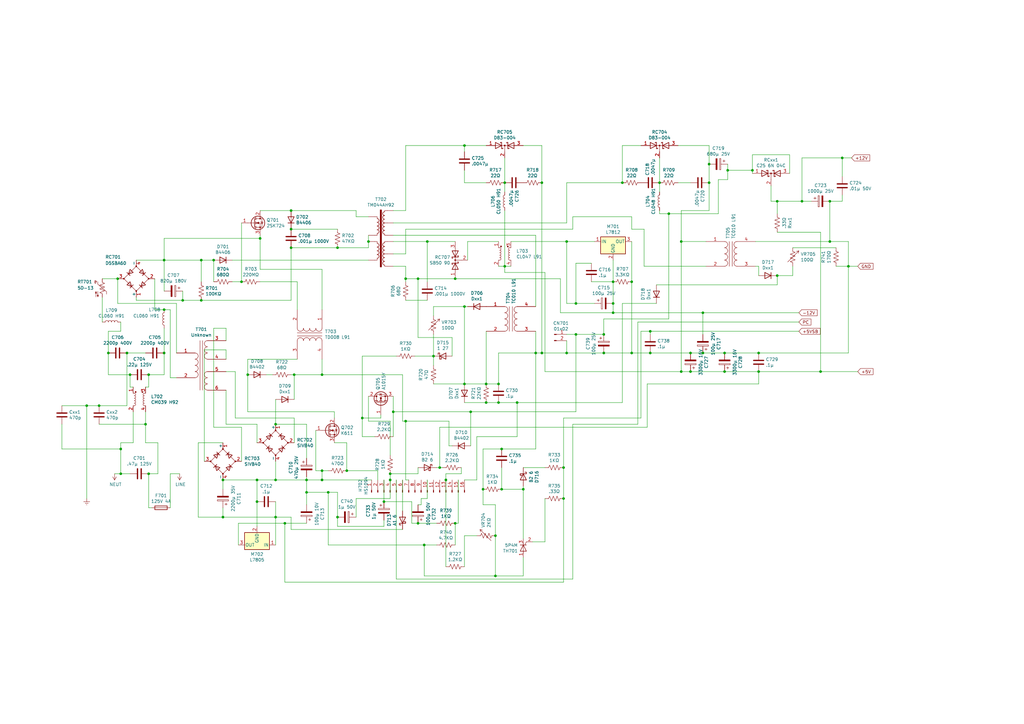
<source format=kicad_sch>
(kicad_sch (version 20211123) (generator eeschema)
  (paper "A3")
  (junction (at 148.59 171.45))
  (junction (at 283.21 144.78))
  (junction (at 160.02 196.85))
  (junction (at 219.71 144.78))
  (junction (at 91.44 212.09))
  (junction (at 266.7 144.78))
  (junction (at 251.46 128.27))
  (junction (at 318.77 113.03))
  (junction (at 207.01 74.93))
  (junction (at 259.08 115.57))
  (junction (at 125.73 201.93))
  (junction (at 166.37 114.3))
  (junction (at 138.43 212.09))
  (junction (at 203.2 236.22))
  (junction (at 274.32 87.63))
  (junction (at 232.41 99.06))
  (junction (at 232.41 144.78))
  (junction (at 48.26 114.3))
  (junction (at 190.5 157.48))
  (junction (at 40.64 166.37))
  (junction (at 67.31 127))
  (junction (at 204.47 157.48))
  (junction (at 106.68 97.79))
  (junction (at 132.08 153.67))
  (junction (at 120.65 153.67))
  (junction (at 318.77 82.55))
  (junction (at 132.08 193.04))
  (junction (at 49.53 184.15))
  (junction (at 328.93 82.55))
  (junction (at 53.34 153.67))
  (junction (at 138.43 101.6))
  (junction (at 198.12 200.66))
  (junction (at 35.56 166.37))
  (junction (at 290.83 67.31))
  (junction (at 119.38 101.6))
  (junction (at 125.73 196.85))
  (junction (at 166.37 172.72))
  (junction (at 255.27 74.93))
  (junction (at 207.01 109.22))
  (junction (at 116.84 214.63))
  (junction (at 113.03 212.09))
  (junction (at 308.61 69.85))
  (junction (at 186.69 114.3))
  (junction (at 311.15 144.78))
  (junction (at 190.5 125.73))
  (junction (at 340.36 99.06))
  (junction (at 311.15 152.4))
  (junction (at 214.63 200.66))
  (junction (at 160.02 194.31))
  (junction (at 182.88 196.85))
  (junction (at 60.96 194.31))
  (junction (at 49.53 194.31))
  (junction (at 231.14 191.77))
  (junction (at 190.5 59.69))
  (junction (at 236.22 124.46))
  (junction (at 175.26 99.06))
  (junction (at 173.99 223.52))
  (junction (at 199.39 157.48))
  (junction (at 251.46 124.46))
  (junction (at 91.44 196.85))
  (junction (at 231.14 204.47))
  (junction (at 113.03 196.85))
  (junction (at 270.51 74.93))
  (junction (at 177.8 146.05))
  (junction (at 203.2 219.71))
  (junction (at 67.31 144.78))
  (junction (at 82.55 106.68))
  (junction (at 222.25 144.78))
  (junction (at 199.39 165.1))
  (junction (at 52.07 144.78))
  (junction (at 290.83 74.93))
  (junction (at 113.03 173.99))
  (junction (at 336.55 152.4))
  (junction (at 288.29 144.78))
  (junction (at 134.62 201.93))
  (junction (at 251.46 115.57))
  (junction (at 101.6 153.67))
  (junction (at 151.13 99.06))
  (junction (at 59.69 173.99))
  (junction (at 142.24 193.04))
  (junction (at 297.18 152.4))
  (junction (at 340.36 82.55))
  (junction (at 205.74 200.66))
  (junction (at 171.45 114.3))
  (junction (at 279.4 99.06))
  (junction (at 212.09 165.1))
  (junction (at 186.69 214.63))
  (junction (at 119.38 93.98))
  (junction (at 105.41 205.74))
  (junction (at 44.45 144.78))
  (junction (at 345.44 64.77))
  (junction (at 157.48 205.74))
  (junction (at 60.96 153.67))
  (junction (at 161.29 168.91))
  (junction (at 266.7 135.89))
  (junction (at 297.18 144.78))
  (junction (at 99.06 115.57))
  (junction (at 247.65 137.16))
  (junction (at 205.74 184.15))
  (junction (at 236.22 137.16))
  (junction (at 204.47 165.1))
  (junction (at 87.63 106.68))
  (junction (at 180.34 191.77))
  (junction (at 222.25 74.93))
  (junction (at 283.21 152.4))
  (junction (at 288.29 128.27))
  (junction (at 347.98 109.22))
  (junction (at 247.65 144.78))
  (junction (at 279.4 152.4))
  (junction (at 132.08 196.85))
  (junction (at 82.55 123.19))
  (junction (at 67.31 106.68))
  (junction (at 193.04 168.91))
  (junction (at 171.45 214.63))
  (junction (at 119.38 86.36))
  (junction (at 298.45 69.85))
  (junction (at 74.93 123.19))
  (junction (at 105.41 196.85))
  (junction (at 259.08 144.78))
  (wire (pts (xy 171.45 138.43) (xy 185.42 138.43)))
  (wire (pts (xy 345.44 82.55) (xy 345.44 80.01)))
  (wire (pts (xy 106.68 110.49) (xy 132.08 110.49)))
  (wire (pts (xy 187.96 196.85) (xy 187.96 214.63)))
  (wire (pts (xy 294.64 87.63) (xy 294.64 73.66)))
  (wire (pts (xy 67.31 144.78) (xy 67.31 153.67)))
  (wire (pts (xy 186.69 214.63) (xy 186.69 223.52)))
  (wire (pts (xy 259.08 144.78) (xy 266.7 144.78)))
  (wire (pts (xy 160.02 204.47) (xy 160.02 196.85)))
  (wire (pts (xy 288.29 128.27) (xy 327.66 128.27)))
  (wire (pts (xy 162.56 196.85) (xy 162.56 237.49)))
  (wire (pts (xy 168.91 214.63) (xy 171.45 214.63)))
  (wire (pts (xy 120.65 153.67) (xy 132.08 153.67)))
  (wire (pts (xy 182.88 196.85) (xy 182.88 194.31)))
  (wire (pts (xy 69.85 154.94) (xy 72.39 154.94)))
  (wire (pts (xy 179.07 191.77) (xy 180.34 191.77)))
  (wire (pts (xy 161.29 168.91) (xy 161.29 179.07)))
  (wire (pts (xy 165.1 153.67) (xy 165.1 172.72)))
  (wire (pts (xy 166.37 86.36) (xy 166.37 59.69)))
  (wire (pts (xy 166.37 172.72) (xy 184.15 172.72)))
  (wire (pts (xy 160.02 194.31) (xy 171.45 194.31)))
  (wire (pts (xy 82.55 123.19) (xy 119.38 123.19)))
  (wire (pts (xy 67.31 106.68) (xy 82.55 106.68)))
  (wire (pts (xy 69.85 208.28) (xy 69.85 194.31)))
  (wire (pts (xy 46.99 194.31) (xy 49.53 194.31)))
  (wire (pts (xy 207.01 109.22) (xy 209.55 109.22)))
  (wire (pts (xy 151.13 99.06) (xy 151.13 96.52)))
  (wire (pts (xy 74.93 119.38) (xy 74.93 123.19)))
  (wire (pts (xy 161.29 104.14) (xy 166.37 104.14)))
  (wire (pts (xy 132.08 153.67) (xy 165.1 153.67)))
  (wire (pts (xy 212.09 165.1) (xy 212.09 179.07)))
  (wire (pts (xy 81.28 212.09) (xy 91.44 212.09)))
  (wire (pts (xy 269.24 116.84) (xy 318.77 116.84)))
  (wire (pts (xy 204.47 165.1) (xy 212.09 165.1)))
  (wire (pts (xy 81.28 181.61) (xy 81.28 212.09)))
  (wire (pts (xy 236.22 168.91) (xy 236.22 137.16)))
  (wire (pts (xy 113.03 196.85) (xy 113.03 189.23)))
  (wire (pts (xy 113.03 205.74) (xy 113.03 212.09)))
  (wire (pts (xy 219.71 135.89) (xy 219.71 144.78)))
  (wire (pts (xy 175.26 204.47) (xy 175.26 196.85)))
  (wire (pts (xy 148.59 179.07) (xy 148.59 171.45)))
  (wire (pts (xy 177.8 125.73) (xy 190.5 125.73)))
  (wire (pts (xy 54.61 181.61) (xy 49.53 181.61)))
  (wire (pts (xy 261.62 173.99) (xy 261.62 132.08)))
  (wire (pts (xy 161.29 96.52) (xy 219.71 96.52)))
  (wire (pts (xy 345.44 72.39) (xy 345.44 64.77)))
  (wire (pts (xy 207.01 109.22) (xy 207.01 111.76)))
  (wire (pts (xy 193.04 168.91) (xy 161.29 168.91)))
  (wire (pts (xy 113.03 173.99) (xy 125.73 173.99)))
  (wire (pts (xy 99.06 91.44) (xy 99.06 115.57)))
  (wire (pts (xy 67.31 134.62) (xy 67.31 144.78)))
  (wire (pts (xy 266.7 135.89) (xy 262.89 135.89)))
  (wire (pts (xy 278.13 59.69) (xy 290.83 59.69)))
  (wire (pts (xy 53.34 153.67) (xy 53.34 158.75)))
  (wire (pts (xy 316.23 76.2) (xy 316.23 82.55)))
  (wire (pts (xy 173.99 223.52) (xy 173.99 236.22)))
  (wire (pts (xy 189.23 194.31) (xy 189.23 191.77)))
  (wire (pts (xy 186.69 114.3) (xy 229.87 114.3)))
  (wire (pts (xy 205.74 184.15) (xy 198.12 184.15)))
  (wire (pts (xy 74.93 123.19) (xy 82.55 123.19)))
  (wire (pts (xy 44.45 144.78) (xy 44.45 135.89)))
  (wire (pts (xy 157.48 205.74) (xy 168.91 205.74)))
  (wire (pts (xy 232.41 124.46) (xy 236.22 124.46)))
  (wire (pts (xy 191.77 99.06) (xy 204.47 99.06)))
  (wire (pts (xy 125.73 201.93) (xy 125.73 207.01)))
  (wire (pts (xy 279.4 86.36) (xy 279.4 99.06)))
  (wire (pts (xy 59.69 168.91) (xy 59.69 173.99)))
  (wire (pts (xy 87.63 134.62) (xy 92.71 134.62)))
  (wire (pts (xy 190.5 74.93) (xy 199.39 74.93)))
  (wire (pts (xy 146.05 88.9) (xy 151.13 88.9)))
  (wire (pts (xy 106.68 115.57) (xy 121.92 115.57)))
  (wire (pts (xy 316.23 82.55) (xy 318.77 82.55)))
  (wire (pts (xy 53.34 158.75) (xy 54.61 158.75)))
  (wire (pts (xy 121.92 147.32) (xy 101.6 147.32)))
  (wire (pts (xy 288.29 144.78) (xy 297.18 144.78)))
  (wire (pts (xy 212.09 179.07) (xy 195.58 179.07)))
  (wire (pts (xy 347.98 109.22) (xy 347.98 144.78)))
  (wire (pts (xy 236.22 137.16) (xy 247.65 137.16)))
  (wire (pts (xy 347.98 99.06) (xy 347.98 109.22)))
  (wire (pts (xy 151.13 172.72) (xy 160.02 172.72)))
  (wire (pts (xy 209.55 99.06) (xy 232.41 99.06)))
  (wire (pts (xy 69.85 127) (xy 69.85 154.94)))
  (wire (pts (xy 336.55 152.4) (xy 351.79 152.4)))
  (wire (pts (xy 87.63 106.68) (xy 87.63 115.57)))
  (wire (pts (xy 151.13 101.6) (xy 151.13 99.06)))
  (wire (pts (xy 325.12 101.6) (xy 342.9 101.6)))
  (wire (pts (xy 190.5 157.48) (xy 199.39 157.48)))
  (wire (pts (xy 205.74 191.77) (xy 205.74 200.66)))
  (wire (pts (xy 289.56 99.06) (xy 279.4 99.06)))
  (wire (pts (xy 231.14 238.76) (xy 231.14 204.47)))
  (wire (pts (xy 41.91 114.3) (xy 48.26 114.3)))
  (wire (pts (xy 44.45 135.89) (xy 49.53 135.89)))
  (wire (pts (xy 298.45 69.85) (xy 308.61 69.85)))
  (wire (pts (xy 308.61 63.5) (xy 323.85 63.5)))
  (wire (pts (xy 345.44 64.77) (xy 328.93 64.77)))
  (wire (pts (xy 146.05 212.09) (xy 146.05 204.47)))
  (wire (pts (xy 41.91 121.92) (xy 41.91 132.08)))
  (wire (pts (xy 262.89 59.69) (xy 255.27 59.69)))
  (wire (pts (xy 132.08 193.04) (xy 132.08 196.85)))
  (wire (pts (xy 318.77 113.03) (xy 325.12 113.03)))
  (wire (pts (xy 234.95 93.98) (xy 234.95 88.9)))
  (wire (pts (xy 274.32 130.81) (xy 247.65 130.81)))
  (wire (pts (xy 121.92 115.57) (xy 121.92 127)))
  (wire (pts (xy 294.64 73.66) (xy 298.45 73.66)))
  (wire (pts (xy 347.98 109.22) (xy 351.79 109.22)))
  (wire (pts (xy 193.04 182.88) (xy 193.04 168.91)))
  (wire (pts (xy 180.34 175.26) (xy 265.43 175.26)))
  (wire (pts (xy 125.73 173.99) (xy 125.73 187.96)))
  (wire (pts (xy 92.71 143.51) (xy 92.71 147.32)))
  (wire (pts (xy 35.56 204.47) (xy 35.56 166.37)))
  (wire (pts (xy 106.68 96.52) (xy 106.68 97.79)))
  (wire (pts (xy 125.73 201.93) (xy 134.62 201.93)))
  (wire (pts (xy 311.15 144.78) (xy 347.98 144.78)))
  (wire (pts (xy 264.16 93.98) (xy 264.16 109.22)))
  (wire (pts (xy 231.14 191.77) (xy 231.14 204.47)))
  (wire (pts (xy 242.57 107.95) (xy 236.22 107.95)))
  (wire (pts (xy 166.37 114.3) (xy 171.45 114.3)))
  (wire (pts (xy 318.77 95.25) (xy 336.55 95.25)))
  (wire (pts (xy 142.24 193.04) (xy 154.94 193.04)))
  (wire (pts (xy 97.79 223.52) (xy 97.79 214.63)))
  (wire (pts (xy 190.5 125.73) (xy 190.5 157.48)))
  (wire (pts (xy 83.82 143.51) (xy 83.82 189.23)))
  (wire (pts (xy 266.7 137.16) (xy 266.7 135.89)))
  (wire (pts (xy 173.99 223.52) (xy 179.07 223.52)))
  (wire (pts (xy 132.08 193.04) (xy 134.62 193.04)))
  (wire (pts (xy 340.36 82.55) (xy 345.44 82.55)))
  (wire (pts (xy 132.08 110.49) (xy 132.08 127)))
  (wire (pts (xy 91.44 196.85) (xy 91.44 200.66)))
  (wire (pts (xy 190.5 125.73) (xy 191.77 125.73)))
  (wire (pts (xy 105.41 205.74) (xy 105.41 215.9)))
  (wire (pts (xy 232.41 74.93) (xy 255.27 74.93)))
  (wire (pts (xy 177.8 129.54) (xy 177.8 125.73)))
  (wire (pts (xy 251.46 106.68) (xy 251.46 115.57)))
  (wire (pts (xy 60.96 208.28) (xy 62.23 208.28)))
  (wire (pts (xy 60.96 194.31) (xy 60.96 208.28)))
  (wire (pts (xy 247.65 144.78) (xy 259.08 144.78)))
  (wire (pts (xy 278.13 74.93) (xy 283.21 74.93)))
  (wire (pts (xy 175.26 99.06) (xy 175.26 115.57)))
  (wire (pts (xy 96.52 152.4) (xy 96.52 171.45)))
  (wire (pts (xy 195.58 196.85) (xy 190.5 196.85)))
  (wire (pts (xy 44.45 144.78) (xy 44.45 153.67)))
  (wire (pts (xy 234.95 88.9) (xy 259.08 88.9)))
  (wire (pts (xy 308.61 63.5) (xy 308.61 69.85)))
  (wire (pts (xy 138.43 215.9) (xy 157.48 215.9)))
  (wire (pts (xy 44.45 153.67) (xy 53.34 153.67)))
  (wire (pts (xy 165.1 172.72) (xy 166.37 172.72)))
  (wire (pts (xy 162.56 237.49) (xy 234.95 237.49)))
  (wire (pts (xy 279.4 152.4) (xy 283.21 152.4)))
  (wire (pts (xy 116.84 214.63) (xy 125.73 214.63)))
  (wire (pts (xy 171.45 114.3) (xy 186.69 114.3)))
  (wire (pts (xy 97.79 214.63) (xy 116.84 214.63)))
  (wire (pts (xy 229.87 114.3) (xy 229.87 128.27)))
  (wire (pts (xy 64.77 194.31) (xy 60.96 194.31)))
  (wire (pts (xy 55.88 123.19) (xy 74.93 123.19)))
  (wire (pts (xy 270.51 86.36) (xy 270.51 87.63)))
  (wire (pts (xy 318.77 116.84) (xy 318.77 113.03)))
  (wire (pts (xy 266.7 144.78) (xy 283.21 144.78)))
  (wire (pts (xy 125.73 196.85) (xy 125.73 195.58)))
  (wire (pts (xy 328.93 64.77) (xy 328.93 82.55)))
  (wire (pts (xy 172.72 207.01) (xy 172.72 204.47)))
  (wire (pts (xy 49.53 184.15) (xy 49.53 194.31)))
  (wire (pts (xy 25.4 173.99) (xy 25.4 184.15)))
  (wire (pts (xy 290.83 59.69) (xy 290.83 67.31)))
  (wire (pts (xy 193.04 168.91) (xy 236.22 168.91)))
  (wire (pts (xy 59.69 181.61) (xy 64.77 181.61)))
  (wire (pts (xy 223.52 222.25) (xy 218.44 222.25)))
  (wire (pts (xy 129.54 176.53) (xy 129.54 193.04)))
  (wire (pts (xy 101.6 147.32) (xy 101.6 153.67)))
  (wire (pts (xy 309.88 109.22) (xy 311.15 109.22)))
  (wire (pts (xy 274.32 87.63) (xy 274.32 130.81)))
  (wire (pts (xy 95.25 106.68) (xy 151.13 106.68)))
  (wire (pts (xy 146.05 204.47) (xy 160.02 204.47)))
  (wire (pts (xy 161.29 109.22) (xy 166.37 109.22)))
  (wire (pts (xy 232.41 99.06) (xy 232.41 124.46)))
  (wire (pts (xy 342.9 109.22) (xy 347.98 109.22)))
  (wire (pts (xy 148.59 171.45) (xy 148.59 146.05)))
  (wire (pts (xy 262.89 135.89) (xy 262.89 171.45)))
  (wire (pts (xy 298.45 73.66) (xy 298.45 69.85)))
  (wire (pts (xy 52.07 144.78) (xy 52.07 166.37)))
  (wire (pts (xy 180.34 191.77) (xy 181.61 191.77)))
  (wire (pts (xy 119.38 153.67) (xy 120.65 153.67)))
  (wire (pts (xy 325.12 113.03) (xy 325.12 109.22)))
  (wire (pts (xy 340.36 82.55) (xy 340.36 99.06)))
  (wire (pts (xy 142.24 181.61) (xy 142.24 193.04)))
  (wire (pts (xy 203.2 236.22) (xy 203.2 219.71)))
  (wire (pts (xy 119.38 217.17) (xy 165.1 217.17)))
  (wire (pts (xy 157.48 196.85) (xy 157.48 205.74)))
  (wire (pts (xy 119.38 101.6) (xy 119.38 123.19)))
  (wire (pts (xy 72.39 124.46) (xy 72.39 144.78)))
  (wire (pts (xy 161.29 99.06) (xy 175.26 99.06)))
  (wire (pts (xy 109.22 153.67) (xy 111.76 153.67)))
  (wire (pts (xy 308.61 69.85) (xy 308.61 71.12)))
  (wire (pts (xy 59.69 173.99) (xy 59.69 181.61)))
  (wire (pts (xy 105.41 173.99) (xy 92.71 173.99)))
  (wire (pts (xy 214.63 236.22) (xy 203.2 236.22)))
  (wire (pts (xy 222.25 59.69) (xy 222.25 74.93)))
  (wire (pts (xy 168.91 205.74) (xy 168.91 214.63)))
  (wire (pts (xy 297.18 144.78) (xy 311.15 144.78)))
  (wire (pts (xy 132.08 153.67) (xy 132.08 147.32)))
  (wire (pts (xy 40.64 166.37) (xy 52.07 166.37)))
  (wire (pts (xy 148.59 179.07) (xy 153.67 179.07)))
  (wire (pts (xy 92.71 152.4) (xy 96.52 152.4)))
  (wire (pts (xy 236.22 107.95) (xy 236.22 124.46)))
  (wire (pts (xy 154.94 193.04) (xy 154.94 196.85)))
  (wire (pts (xy 214.63 200.66) (xy 214.63 199.39)))
  (wire (pts (xy 207.01 64.77) (xy 207.01 74.93)))
  (wire (pts (xy 91.44 196.85) (xy 105.41 196.85)))
  (wire (pts (xy 63.5 127) (xy 67.31 127)))
  (wire (pts (xy 270.51 87.63) (xy 274.32 87.63)))
  (wire (pts (xy 106.68 86.36) (xy 119.38 86.36)))
  (wire (pts (xy 323.85 63.5) (xy 323.85 71.12)))
  (wire (pts (xy 67.31 119.38) (xy 67.31 106.68)))
  (wire (pts (xy 255.27 165.1) (xy 255.27 124.46)))
  (wire (pts (xy 54.61 168.91) (xy 54.61 181.61)))
  (wire (pts (xy 87.63 175.26) (xy 99.06 175.26)))
  (wire (pts (xy 106.68 97.79) (xy 67.31 97.79)))
  (wire (pts (xy 137.16 181.61) (xy 142.24 181.61)))
  (wire (pts (xy 251.46 115.57) (xy 251.46 124.46)))
  (wire (pts (xy 60.96 153.67) (xy 67.31 153.67)))
  (wire (pts (xy 166.37 172.72) (xy 166.37 196.85)))
  (wire (pts (xy 101.6 153.67) (xy 101.6 168.91)))
  (wire (pts (xy 298.45 69.85) (xy 298.45 67.31)))
  (wire (pts (xy 119.38 212.09) (xy 119.38 217.17)))
  (wire (pts (xy 199.39 135.89) (xy 199.39 157.48)))
  (wire (pts (xy 99.06 175.26) (xy 99.06 189.23)))
  (wire (pts (xy 170.18 146.05) (xy 177.8 146.05)))
  (wire (pts (xy 232.41 99.06) (xy 243.84 99.06)))
  (wire (pts (xy 214.63 220.98) (xy 214.63 200.66)))
  (wire (pts (xy 204.47 144.78) (xy 204.47 157.48)))
  (wire (pts (xy 336.55 95.25) (xy 336.55 152.4)))
  (wire (pts (xy 99.06 115.57) (xy 95.25 115.57)))
  (wire (pts (xy 177.8 137.16) (xy 177.8 146.05)))
  (wire (pts (xy 290.83 74.93) (xy 290.83 86.36)))
  (wire (pts (xy 214.63 228.6) (xy 214.63 236.22)))
  (wire (pts (xy 166.37 123.19) (xy 175.26 123.19)))
  (wire (pts (xy 160.02 194.31) (xy 160.02 196.85)))
  (wire (pts (xy 67.31 127) (xy 69.85 127)))
  (wire (pts (xy 345.44 64.77) (xy 349.25 64.77)))
  (wire (pts (xy 60.96 158.75) (xy 59.69 158.75)))
  (wire (pts (xy 184.15 172.72) (xy 184.15 182.88)))
  (wire (pts (xy 138.43 212.09) (xy 138.43 215.9)))
  (wire (pts (xy 199.39 165.1) (xy 204.47 165.1)))
  (wire (pts (xy 328.93 82.55) (xy 332.74 82.55)))
  (wire (pts (xy 223.52 204.47) (xy 223.52 222.25)))
  (wire (pts (xy 259.08 88.9) (xy 259.08 93.98)))
  (wire (pts (xy 106.68 97.79) (xy 106.68 110.49)))
  (wire (pts (xy 187.96 214.63) (xy 186.69 214.63)))
  (wire (pts (xy 223.52 111.76) (xy 223.52 152.4)))
  (wire (pts (xy 116.84 238.76) (xy 231.14 238.76)))
  (wire (pts (xy 261.62 132.08) (xy 327.66 132.08)))
  (wire (pts (xy 190.5 59.69) (xy 199.39 59.69)))
  (wire (pts (xy 219.71 144.78) (xy 219.71 184.15)))
  (wire (pts (xy 232.41 139.7) (xy 232.41 144.78)))
  (wire (pts (xy 125.73 196.85) (xy 125.73 201.93)))
  (wire (pts (xy 205.74 200.66) (xy 214.63 200.66)))
  (wire (pts (xy 265.43 175.26) (xy 265.43 157.48)))
  (wire (pts (xy 205.74 184.15) (xy 219.71 184.15)))
  (wire (pts (xy 270.51 64.77) (xy 270.51 74.93)))
  (wire (pts (xy 207.01 111.76) (xy 223.52 111.76)))
  (wire (pts (xy 55.88 121.92) (xy 55.88 123.19)))
  (wire (pts (xy 49.53 194.31) (xy 53.34 194.31)))
  (wire (pts (xy 113.03 163.83) (xy 113.03 173.99)))
  (wire (pts (xy 120.65 153.67) (xy 120.65 163.83)))
  (wire (pts (xy 82.55 106.68) (xy 87.63 106.68)))
  (wire (pts (xy 190.5 219.71) (xy 195.58 219.71)))
  (wire (pts (xy 132.08 196.85) (xy 152.4 196.85)))
  (wire (pts (xy 177.8 157.48) (xy 190.5 157.48)))
  (wire (pts (xy 232.41 144.78) (xy 247.65 144.78)))
  (wire (pts (xy 87.63 134.62) (xy 87.63 175.26)))
  (wire (pts (xy 182.88 196.85) (xy 182.88 232.41)))
  (wire (pts (xy 290.83 86.36) (xy 279.4 86.36)))
  (wire (pts (xy 234.95 237.49) (xy 234.95 173.99)))
  (wire (pts (xy 212.09 165.1) (xy 255.27 165.1)))
  (wire (pts (xy 165.1 196.85) (xy 165.1 209.55)))
  (wire (pts (xy 67.31 97.79) (xy 67.31 106.68)))
  (wire (pts (xy 105.41 196.85) (xy 113.03 196.85)))
  (wire (pts (xy 120.65 171.45) (xy 120.65 181.61)))
  (wire (pts (xy 203.2 207.01) (xy 203.2 219.71)))
  (wire (pts (xy 151.13 162.56) (xy 151.13 172.72)))
  (wire (pts (xy 222.25 74.93) (xy 222.25 144.78)))
  (wire (pts (xy 311.15 157.48) (xy 311.15 152.4)))
  (wire (pts (xy 229.87 128.27) (xy 251.46 128.27)))
  (wire (pts (xy 82.55 106.68) (xy 82.55 115.57)))
  (wire (pts (xy 166.37 109.22) (xy 166.37 114.3)))
  (wire (pts (xy 134.62 201.93) (xy 134.62 223.52)))
  (wire (pts (xy 63.5 114.3) (xy 63.5 127)))
  (wire (pts (xy 166.37 93.98) (xy 234.95 93.98)))
  (wire (pts (xy 214.63 59.69) (xy 222.25 59.69)))
  (wire (pts (xy 166.37 59.69) (xy 190.5 59.69)))
  (wire (pts (xy 255.27 59.69) (xy 255.27 74.93)))
  (wire (pts (xy 52.07 144.78) (xy 59.69 144.78)))
  (wire (pts (xy 251.46 128.27) (xy 251.46 124.46)))
  (wire (pts (xy 35.56 166.37) (xy 40.64 166.37)))
  (wire (pts (xy 49.53 135.89) (xy 49.53 132.08)))
  (wire (pts (xy 265.43 157.48) (xy 311.15 157.48)))
  (wire (pts (xy 105.41 173.99) (xy 105.41 181.61)))
  (wire (pts (xy 60.96 153.67) (xy 60.96 158.75)))
  (wire (pts (xy 259.08 93.98) (xy 264.16 93.98)))
  (wire (pts (xy 148.59 171.45) (xy 156.21 171.45)))
  (wire (pts (xy 48.26 114.3) (xy 48.26 124.46)))
  (wire (pts (xy 172.72 204.47) (xy 175.26 204.47)))
  (wire (pts (xy 219.71 144.78) (xy 222.25 144.78)))
  (wire (pts (xy 279.4 99.06) (xy 279.4 152.4)))
  (wire (pts (xy 119.38 101.6) (xy 138.43 101.6)))
  (wire (pts (xy 175.26 99.06) (xy 186.69 99.06)))
  (wire (pts (xy 198.12 184.15) (xy 198.12 200.66)))
  (wire (pts (xy 264.16 109.22) (xy 289.56 109.22)))
  (wire (pts (xy 288.29 128.27) (xy 288.29 137.16)))
  (wire (pts (xy 166.37 104.14) (xy 166.37 93.98)))
  (wire (pts (xy 113.03 212.09) (xy 119.38 212.09)))
  (wire (pts (xy 247.65 130.81) (xy 247.65 137.16)))
  (wire (pts (xy 184.15 182.88) (xy 185.42 182.88)))
  (wire (pts (xy 166.37 114.3) (xy 166.37 115.57)))
  (wire (pts (xy 113.03 196.85) (xy 125.73 196.85)))
  (wire (pts (xy 96.52 171.45) (xy 120.65 171.45)))
  (wire (pts (xy 182.88 194.31) (xy 189.23 194.31)))
  (wire (pts (xy 91.44 212.09) (xy 113.03 212.09)))
  (wire (pts (xy 129.54 193.04) (xy 132.08 193.04)))
  (wire (pts (xy 137.16 168.91) (xy 137.16 171.45)))
  (wire (pts (xy 69.85 194.31) (xy 73.66 194.31)))
  (wire (pts (xy 185.42 138.43) (xy 185.42 146.05)))
  (wire (pts (xy 91.44 181.61) (xy 81.28 181.61)))
  (wire (pts (xy 25.4 166.37) (xy 35.56 166.37)))
  (wire (pts (xy 113.03 212.09) (xy 113.03 223.52)))
  (wire (pts (xy 236.22 124.46) (xy 243.84 124.46)))
  (wire (pts (xy 274.32 87.63) (xy 294.64 87.63)))
  (wire (pts (xy 234.95 173.99) (xy 261.62 173.99)))
  (wire (pts (xy 190.5 62.23) (xy 190.5 59.69)))
  (wire (pts (xy 259.08 99.06) (xy 259.08 115.57)))
  (wire (pts (xy 318.77 82.55) (xy 328.93 82.55)))
  (wire (pts (xy 172.72 207.01) (xy 171.45 207.01)))
  (wire (pts (xy 297.18 152.4) (xy 311.15 152.4)))
  (wire (pts (xy 83.82 143.51) (xy 92.71 143.51)))
  (wire (pts (xy 222.25 144.78) (xy 232.41 144.78)))
  (wire (pts (xy 161.29 86.36) (xy 166.37 86.36)))
  (wire (pts (xy 177.8 146.05) (xy 177.8 149.86)))
  (wire (pts (xy 166.37 196.85) (xy 167.64 196.85)))
  (wire (pts (xy 134.62 201.93) (xy 138.43 201.93)))
  (wire (pts (xy 92.71 173.99) (xy 92.71 160.02)))
  (wire (pts (xy 148.59 146.05) (xy 162.56 146.05)))
  (wire (pts (xy 171.45 114.3) (xy 171.45 138.43)))
  (wire (pts (xy 134.62 223.52) (xy 173.99 223.52)))
  (wire (pts (xy 138.43 101.6) (xy 151.13 101.6)))
  (wire (pts (xy 132.08 196.85) (xy 125.73 196.85)))
  (wire (pts (xy 198.12 200.66) (xy 198.12 207.01)))
  (wire (pts (xy 232.41 137.16) (xy 236.22 137.16)))
  (wire (pts (xy 311.15 109.22) (xy 311.15 113.03)))
  (wire (pts (xy 283.21 152.4) (xy 297.18 152.4)))
  (wire (pts (xy 25.4 184.15) (xy 49.53 184.15)))
  (wire (pts (xy 270.51 74.93) (xy 270.51 78.74)))
  (wire (pts (xy 105.41 196.85) (xy 105.41 205.74)))
  (wire (pts (xy 160.02 172.72) (xy 160.02 186.69)))
  (wire (pts (xy 92.71 134.62) (xy 92.71 139.7)))
  (wire (pts (xy 180.34 191.77) (xy 180.34 175.26)))
  (wire (pts (xy 219.71 144.78) (xy 204.47 144.78)))
  (wire (pts (xy 199.39 157.48) (xy 204.47 157.48)))
  (wire (pts (xy 119.38 93.98) (xy 138.43 93.98)))
  (wire (pts (xy 173.99 236.22) (xy 203.2 236.22)))
  (wire (pts (xy 190.5 165.1) (xy 199.39 165.1)))
  (wire (pts (xy 190.5 232.41) (xy 190.5 219.71)))
  (wire (pts (xy 207.01 78.74) (xy 207.01 74.93)))
  (wire (pts (xy 195.58 179.07) (xy 195.58 196.85)))
  (wire (pts (xy 40.64 173.99) (xy 59.69 173.99)))
  (wire (pts (xy 198.12 207.01) (xy 203.2 207.01)))
  (wire (pts (xy 171.45 214.63) (xy 179.07 214.63)))
  (wire (pts (xy 340.36 99.06) (xy 347.98 99.06)))
  (wire (pts (xy 171.45 194.31) (xy 171.45 191.77)))
  (wire (pts (xy 116.84 214.63) (xy 116.84 238.76)))
  (wire (pts (xy 146.05 86.36) (xy 146.05 88.9)))
  (wire (pts (xy 318.77 87.63) (xy 318.77 82.55)))
  (wire (pts (xy 157.48 215.9) (xy 157.48 213.36)))
  (wire (pts (xy 55.88 106.68) (xy 67.31 106.68)))
  (wire (pts (xy 207.01 86.36) (xy 207.01 109.22)))
  (wire (pts (xy 242.57 115.57) (xy 251.46 115.57)))
  (wire (pts (xy 327.66 135.89) (xy 266.7 135.89)))
  (wire (pts (xy 91.44 208.28) (xy 91.44 212.09)))
  (wire (pts (xy 290.83 67.31) (xy 290.83 74.93)))
  (wire (pts (xy 219.71 96.52) (xy 219.71 125.73)))
  (wire (pts (xy 223.52 152.4) (xy 279.4 152.4)))
  (wire (pts (xy 231.14 171.45) (xy 262.89 171.45)))
  (wire (pts (xy 101.6 168.91) (xy 137.16 168.91)))
  (wire (pts (xy 156.21 171.45) (xy 156.21 170.18)))
  (wire (pts (xy 48.26 124.46) (xy 72.39 124.46)))
  (wire (pts (xy 161.29 91.44) (xy 232.41 91.44)))
  (wire (pts (xy 231.14 191.77) (xy 231.14 171.45)))
  (wire (pts (xy 259.08 144.78) (xy 259.08 115.57)))
  (wire (pts (xy 191.77 106.68) (xy 191.77 99.06)))
  (wire (pts (xy 232.41 74.93) (xy 232.41 91.44)))
  (wire (pts (xy 64.77 181.61) (xy 64.77 194.31)))
  (wire (pts (xy 214.63 191.77) (xy 223.52 191.77)))
  (wire (pts (xy 49.53 181.61) (xy 49.53 184.15)))
  (wire (pts (xy 119.38 86.36) (xy 146.05 86.36)))
  (wire (pts (xy 251.46 128.27) (xy 288.29 128.27)))
  (wire (pts (xy 161.29 162.56) (xy 161.29 168.91)))
  (wire (pts (xy 255.27 124.46) (xy 269.24 124.46)))
  (wire (pts (xy 190.5 69.85) (xy 190.5 74.93)))
  (wire (pts (xy 311.15 152.4) (xy 336.55 152.4)))
  (wire (pts (xy 138.43 201.93) (xy 138.43 212.09)))
  (wire (pts (xy 283.21 144.78) (xy 288.29 144.78)))
  (wire (pts (xy 309.88 99.06) (xy 340.36 99.06)))
  (wire (pts (xy 204.47 109.22) (xy 207.01 109.22)))
  (global_label "GND" (shape input) (at 351.79 109.22 0) (property "Intersheet References" "${INTERSHEET_REFS}" (effects hide)))
  (global_label "+12V" (shape input) (at 349.25 64.77 0) (property "Intersheet References" "${INTERSHEET_REFS}" (effects hide)))
  (global_label "-12V" (shape input) (at 327.66 128.27 0) (property "Intersheet References" "${INTERSHEET_REFS}" (effects hide)))
  (global_label "+5V" (shape input) (at 351.79 152.4 0) (property "Intersheet References" "${INTERSHEET_REFS}" (effects hide)))
  (global_label "PC" (shape input) (at 327.66 132.08 0) (property "Intersheet References" "${INTERSHEET_REFS}" (effects hide)))
  (global_label "+5VSB" (shape input) (at 327.66 135.89 0) (property "Intersheet References" "${INTERSHEET_REFS}" (effects hide)))
  (symbol (lib_id "Device:C") (at 57.15 194.31 270) (unit 1)
    (property "Reference" "C701" (at 57.15 187.9092 90))
    (property "Value" ".47μ 125V" (at 57.15 190.2206 90))
  )
  (symbol (lib_id "Device:Fuse") (at 66.04 208.28 270) (unit 1)
    (property "Reference" "F701" (at 66.04 203.2762 90))
    (property "Value" "125V 4A" (at 66.04 205.5876 90))
  )
  (symbol (lib_id "Device:C") (at 57.15 153.67 270) (unit 1)
    (property "Reference" "C704" (at 57.15 147.2692 90))
    (property "Value" ".22μ 125V" (at 57.15 149.5806 90))
  )
  (symbol (lib_id "Device:C") (at 48.26 144.78 270) (unit 1)
    (property "Reference" "C706" (at 48.26 138.3792 90))
    (property "Value" "2200p 400V" (at 48.26 140.6906 90))
  )
  (symbol (lib_id "Device:C") (at 63.5 144.78 270) (unit 1)
    (property "Reference" "C705" (at 63.5 138.3792 90))
    (property "Value" "2200p 400V" (at 63.5 140.6906 90))
  )
  (symbol (lib_id "Device:L") (at 45.72 132.08 90) (unit 1)
    (property "Reference" "L709" (at 45.72 127.254 90))
    (property "Value" "CL060 H91" (at 45.72 129.5654 90))
  )
  (symbol (lib_id "Device:L") (at 67.31 130.81 0) (mirror y) (unit 1)
    (property "Reference" "L708" (at 60.96 127 0) (effects (justify right)))
    (property "Value" "CL060 H91" (at 54.61 129.54 0) (effects (justify right)))
  )
  (symbol (lib_id "Device:CP") (at 71.12 119.38 270) (unit 1)
    (property "Reference" "C707" (at 71.12 112.903 90))
    (property "Value" "820μ 180V" (at 71.12 115.2144 90))
  )
  (symbol (lib_id "Device:R_US") (at 82.55 119.38 0) (unit 1)
    (property "Reference" "R701" (at 84.2772 118.2116 0) (effects (justify left)))
    (property "Value" "100KΩ" (at 84.2772 120.523 0) (effects (justify left)))
  )
  (symbol (lib_id "Device:R_US") (at 91.44 115.57 270) (unit 1)
    (property "Reference" "R704" (at 91.44 110.363 90))
    (property "Value" "680Ω" (at 91.44 112.6744 90))
  )
  (symbol (lib_id "Device:D") (at 91.44 106.68 0) (mirror y) (unit 1)
    (property "Reference" "D701" (at 91.44 101.1682 0))
    (property "Value" "B4406" (at 91.44 103.4796 0))
  )
  (symbol (lib_id "Device:D") (at 119.38 90.17 90) (unit 1)
    (property "Reference" "D702" (at 121.412 89.0016 90) (effects (justify right)))
    (property "Value" "B4406" (at 121.412 91.313 90) (effects (justify right)))
  )
  (symbol (lib_id "Device:R_US") (at 102.87 115.57 270) (unit 1)
    (property "Reference" "R703" (at 102.87 110.363 90))
    (property "Value" "220MΩ" (at 102.87 112.6744 90))
  )
  (symbol (lib_id "Device:R_US") (at 138.43 97.79 0) (unit 1)
    (property "Reference" "R702" (at 140.1572 96.6216 0) (effects (justify left)))
    (property "Value" "47KΩ" (at 140.1572 98.933 0) (effects (justify left)))
  )
  (symbol (lib_id "Device:C") (at 119.38 97.79 0) (unit 1)
    (property "Reference" "C708" (at 122.301 96.6216 0) (effects (justify left)))
    (property "Value" ".001μ 1000V" (at 122.301 98.933 0) (effects (justify left)))
  )
  (symbol (lib_id "Device:Transformer_1P_1S") (at 127 137.16 270) (unit 1)
    (property "Reference" "T703" (at 133.1976 135.9916 90) (effects (justify left)))
    (property "Value" "TD008 L91" (at 133.1976 138.303 90) (effects (justify left)))
  )
  (symbol (lib_id "power:LINE") (at 73.66 194.31 0) (mirror x) (unit 1)
    (property "Reference" "#PWR?" (effects hide))
    (property "Value" "LINE" (at 74.041 198.7042 0))
  )
  (symbol (lib_id "power:NEUT") (at 46.99 194.31 0) (mirror x) (unit 1)
    (property "Reference" "#PWR?" (effects hide))
    (property "Value" "NEUT" (at 47.371 198.7042 0))
  )
  (symbol (lib_id "Device:D_Bridge_+AA-") (at 55.88 114.3 270) (unit 1)
    (property "Reference" "RC701" (at 43.18 105.41 90) (effects (justify left)))
    (property "Value" "D5SBA60" (at 43.18 107.95 90) (effects (justify left)))
  )
  (symbol (lib_id "Device:Thermistor_NTC_US") (at 41.91 118.11 0) (unit 1)
    (property "Reference" "RT701" (at 31.75 115.57 0) (effects (justify left)))
    (property "Value" "5D-13" (at 31.75 118.11 0) (effects (justify left)))
  )
  (symbol (lib_id "Device:Transformer_1P_2S") (at 82.55 149.86 0) (unit 1)
    (property "Reference" "T701" (at 82.55 135.1026 0))
    (property "Value" "Unknown" (at 82.55 137.414 0))
  )
  (symbol (lib_id "Device:D") (at 195.58 125.73 0) (unit 1)
    (property "Reference" "D706" (at 195.58 120.2182 0))
    (property "Value" "Dxx1" (at 195.58 122.5296 0))
  )
  (symbol (lib_id "Device:D") (at 116.84 163.83 0) (mirror y) (unit 1)
    (property "Reference" "D709" (at 116.84 158.3182 0))
    (property "Value" "Dxx1" (at 116.84 160.6296 0))
  )
  (symbol (lib_id "Device:D") (at 190.5 161.29 90) (unit 1)
    (property "Reference" "D707" (at 184.9882 161.29 0))
    (property "Value" "Dxx1" (at 187.2996 161.29 0))
  )
  (symbol (lib_id "Device:D") (at 314.96 113.03 0) (mirror y) (unit 1)
    (property "Reference" "D717" (at 314.96 107.5182 0))
    (property "Value" "Dxx1" (at 314.96 109.8296 0))
  )
  (symbol (lib_id "Device:L_Coupled") (at 57.15 163.83 90) (mirror x) (unit 1)
    (property "Reference" "L702" (at 61.9252 162.6616 90) (effects (justify right)))
    (property "Value" "CM039 H92" (at 61.9252 164.973 90) (effects (justify right)))
  )
  (symbol (lib_id "Device:D") (at 269.24 120.65 90) (unit 1)
    (property "Reference" "D718" (at 263.7282 120.65 0))
    (property "Value" "Dxx1" (at 266.0396 120.65 0))
  )
  (symbol (lib_id "Device:D") (at 189.23 182.88 0) (unit 1)
    (property "Reference" "D710" (at 189.23 177.3682 0))
    (property "Value" "B4402" (at 189.23 179.6796 0))
  )
  (symbol (lib_id "Transistor_FET:IRF740") (at 104.14 91.44 0) (unit 1)
    (property "Reference" "Q701" (at 109.3216 90.2716 0) (effects (justify left)))
    (property "Value" "2SK724" (at 109.3216 92.583 0) (effects (justify left)))
    (property "Footprint" "Package_TO_SOT_THT:TO-220-3_Vertical" (effects hide))
    (property "Datasheet" "http://www.vishay.com/docs/91054/91054.pdf" (effects hide))
  )
  (symbol (lib_id "Device:C") (at 25.4 170.18 0) (unit 1)
    (property "Reference" "Cxx1" (at 28.321 169.0116 0) (effects (justify left)))
    (property "Value" "470p" (at 28.321 171.323 0) (effects (justify left)))
  )
  (symbol (lib_id "Device:C") (at 40.64 170.18 0) (unit 1)
    (property "Reference" "Cxx2" (at 43.561 169.0116 0) (effects (justify left)))
    (property "Value" "470p" (at 43.561 171.323 0) (effects (justify left)))
  )
  (symbol (lib_id "Device:D_Schottky") (at 165.1 213.36 90) (unit 1)
    (property "Reference" "D713" (at 159.5882 213.36 0))
    (property "Value" "A1 6" (at 161.8996 213.36 0))
  )
  (symbol (lib_id "Device:D_Schottky") (at 175.26 191.77 0) (mirror y) (unit 1)
    (property "Reference" "D714" (at 175.26 186.2582 0))
    (property "Value" "B2 6" (at 175.26 188.5696 0))
  )
  (symbol (lib_id "Device:D_Schottky") (at 181.61 146.05 0) (unit 1)
    (property "Reference" "D715" (at 181.61 140.5382 0))
    (property "Value" "1 27" (at 181.61 142.8496 0))
  )
  (symbol (lib_id "Device:D_Schottky") (at 214.63 195.58 270) (unit 1)
    (property "Reference" "D716" (at 220.1418 195.58 0))
    (property "Value" "B2 6" (at 217.8304 195.58 0))
  )
  (symbol (lib_id "power:Earth") (at 35.56 204.47 0) (unit 1)
    (property "Reference" "#PWR?" (effects hide))
    (property "Value" "Earth" (effects hide))
  )
  (symbol (lib_id "Device:R_US") (at 115.57 153.67 90) (unit 1)
    (property "Reference" "R722" (at 115.57 148.463 90))
    (property "Value" "68Ω" (at 115.57 150.7744 90))
  )
  (symbol (lib_id "Device:R_US") (at 185.42 191.77 90) (unit 1)
    (property "Reference" "R726" (at 185.42 186.563 90))
    (property "Value" "2.2KΩ" (at 185.42 188.8744 90))
  )
  (symbol (lib_id "Device:R_US") (at 182.88 223.52 90) (unit 1)
    (property "Reference" "R740" (at 182.88 218.313 90))
    (property "Value" "4.7KΩ" (at 182.88 220.6244 90))
  )
  (symbol (lib_id "Device:C") (at 109.22 205.74 270) (unit 1)
    (property "Reference" "C712" (at 109.22 199.3392 90))
    (property "Value" ".1μ" (at 109.22 201.6506 90))
  )
  (symbol (lib_id "Device:R_US") (at 342.9 105.41 180) (unit 1)
    (property "Reference" "R741" (at 337.693 105.41 90))
    (property "Value" "170Ω" (at 340.0044 105.41 90))
  )
  (symbol (lib_id "Device:R_US") (at 186.69 232.41 90) (unit 1)
    (property "Reference" "R727" (at 186.69 227.203 90))
    (property "Value" "1.2KΩ" (at 186.69 229.5144 90))
  )
  (symbol (lib_id "Device:R_US") (at 255.27 115.57 90) (unit 1)
    (property "Reference" "R707" (at 255.27 110.363 90))
    (property "Value" "3.3KΩ" (at 255.27 112.6744 90))
  )
  (symbol (lib_id "Device:R_US") (at 218.44 74.93 90) (unit 1)
    (property "Reference" "R718" (at 218.44 69.723 90))
    (property "Value" "22Ω" (at 218.44 72.0344 90))
  )
  (symbol (lib_id "Device:R_US") (at 177.8 153.67 180) (unit 1)
    (property "Reference" "R720" (at 172.593 153.67 90))
    (property "Value" "47Ω" (at 174.9044 153.67 90))
  )
  (symbol (lib_id "Device:R_US") (at 182.88 214.63 90) (unit 1)
    (property "Reference" "R739" (at 182.88 209.423 90))
    (property "Value" "1KΩ" (at 182.88 211.7344 90))
  )
  (symbol (lib_id "Device:R_US") (at 318.77 91.44 0) (unit 1)
    (property "Reference" "Rxx1" (at 323.977 91.44 90))
    (property "Value" ".33Ω" (at 321.6656 91.44 90))
  )
  (symbol (lib_id "Device:R_US") (at 199.39 161.29 180) (unit 1)
    (property "Reference" "R721" (at 194.183 161.29 90))
    (property "Value" "22KΩ" (at 196.4944 161.29 90))
  )
  (symbol (lib_id "Device:R_US") (at 138.43 193.04 90) (unit 1)
    (property "Reference" "R723" (at 138.43 187.833 90))
    (property "Value" "470Ω" (at 138.43 190.1444 90))
  )
  (symbol (lib_id "Device:C") (at 205.74 187.96 0) (unit 1)
    (property "Reference" "C735" (at 208.661 186.7916 0) (effects (justify left)))
    (property "Value" ".1μ" (at 208.661 189.103 0) (effects (justify left)))
  )
  (symbol (lib_id "Device:C") (at 266.7 74.93 90) (unit 1)
    (property "Reference" "C718" (at 265.5316 72.009 0) (effects (justify left)))
    (property "Value" ".0047μ" (at 267.843 72.009 0) (effects (justify left)))
  )
  (symbol (lib_id "Device:R_US") (at 166.37 119.38 180) (unit 1)
    (property "Reference" "R706" (at 161.163 119.38 90))
    (property "Value" "68Ω" (at 163.4744 119.38 90))
  )
  (symbol (lib_id "Device:C") (at 287.02 74.93 270) (unit 1)
    (property "Reference" "C720" (at 288.1884 77.851 0) (effects (justify left)))
    (property "Value" ".0047μ" (at 285.877 77.851 0) (effects (justify left)))
  )
  (symbol (lib_id "Device:R_US") (at 227.33 204.47 90) (unit 1)
    (property "Reference" "R735" (at 227.33 199.263 90))
    (property "Value" ".33Ω" (at 227.33 201.5744 90))
  )
  (symbol (lib_id "Device:R_US") (at 203.2 74.93 90) (unit 1)
    (property "Reference" "R717" (at 203.2 69.723 90))
    (property "Value" "22Ω" (at 203.2 72.0344 90))
  )
  (symbol (lib_id "Device:C") (at 210.82 74.93 270) (unit 1)
    (property "Reference" "C726" (at 211.9884 77.851 0) (effects (justify left)))
    (property "Value" ".0047μ" (at 209.677 77.851 0) (effects (justify left)))
  )
  (symbol (lib_id "Device:R_US") (at 274.32 74.93 90) (unit 1)
    (property "Reference" "R709" (at 274.32 69.723 90))
    (property "Value" "22Ω" (at 274.32 72.0344 90))
  )
  (symbol (lib_id "Device:C") (at 266.7 140.97 0) (unit 1)
    (property "Reference" "C738" (at 269.621 139.8016 0) (effects (justify left)))
    (property "Value" ".1μ" (at 269.621 142.113 0) (effects (justify left)))
  )
  (symbol (lib_id "Device:R_US") (at 259.08 74.93 90) (unit 1)
    (property "Reference" "R708" (at 259.08 69.723 90))
    (property "Value" "22Ω" (at 259.08 72.0344 90))
  )
  (symbol (lib_id "Device:C") (at 204.47 161.29 0) (unit 1)
    (property "Reference" "C730" (at 207.391 160.1216 0) (effects (justify left)))
    (property "Value" ".1μ" (at 207.391 162.433 0) (effects (justify left)))
  )
  (symbol (lib_id "Device:C") (at 311.15 148.59 0) (unit 1)
    (property "Reference" "C729" (at 314.071 147.4216 0) (effects (justify left)))
    (property "Value" ".1μ" (at 314.071 149.733 0) (effects (justify left)))
  )
  (symbol (lib_id "Device:C") (at 190.5 66.04 0) (unit 1)
    (property "Reference" "C725" (at 193.421 64.8716 0) (effects (justify left)))
    (property "Value" ".0047μ" (at 193.421 67.183 0) (effects (justify left)))
  )
  (symbol (lib_id "Device:C") (at 175.26 119.38 0) (unit 1)
    (property "Reference" "C714" (at 178.181 118.2116 0) (effects (justify left)))
    (property "Value" ".001μ 1000V" (at 178.181 120.523 0) (effects (justify left)))
  )
  (symbol (lib_id "Device:C") (at 242.57 111.76 0) (unit 1)
    (property "Reference" "C716" (at 245.491 110.5916 0) (effects (justify left)))
    (property "Value" ".1μ" (at 245.491 112.903 0) (effects (justify left)))
  )
  (symbol (lib_id "Device:CP") (at 91.44 204.47 180) (unit 1)
    (property "Reference" "C711" (at 97.917 204.47 90))
    (property "Value" "2200μ 35V" (at 95.6056 204.47 90))
  )
  (symbol (lib_id "Device:CP") (at 125.73 210.82 180) (unit 1)
    (property "Reference" "C713" (at 132.207 210.82 90))
    (property "Value" "100μ 10V" (at 129.8956 210.82 90))
  )
  (symbol (lib_id "Device:CP") (at 125.73 191.77 0) (unit 1)
    (property "Reference" "C710" (at 119.253 191.77 90))
    (property "Value" "470μ 25V" (at 121.5644 191.77 90))
  )
  (symbol (lib_id "Device:CP") (at 157.48 209.55 0) (unit 1)
    (property "Reference" "C733" (at 151.003 209.55 90))
    (property "Value" "1μ 50V" (at 153.3144 209.55 90))
  )
  (symbol (lib_id "Device:CP") (at 336.55 82.55 90) (mirror x) (unit 1)
    (property "Reference" "C723" (at 336.55 76.073 90))
    (property "Value" "1000μ 25V" (at 336.55 78.3844 90))
  )
  (symbol (lib_id "Device:CP") (at 283.21 148.59 180) (unit 1)
    (property "Reference" "C727" (at 289.687 148.59 90))
    (property "Value" "3300μ 16V" (at 287.3756 148.59 90))
  )
  (symbol (lib_id "Device:CP") (at 142.24 212.09 270) (unit 1)
    (property "Reference" "C740" (at 142.24 205.613 90))
    (property "Value" "1μ 50V" (at 142.24 207.9244 90))
  )
  (symbol (lib_id "Device:CP") (at 294.64 67.31 270) (unit 1)
    (property "Reference" "C719" (at 294.64 60.833 90))
    (property "Value" "680μ 25V" (at 294.64 63.1444 90))
  )
  (symbol (lib_id "Device:CP") (at 297.18 148.59 180) (unit 1)
    (property "Reference" "C728" (at 303.657 148.59 90))
    (property "Value" "3300μ 16V" (at 301.3456 148.59 90))
  )
  (symbol (lib_id "Device:CP") (at 247.65 124.46 90) (mirror x) (unit 1)
    (property "Reference" "C715" (at 247.65 117.983 90))
    (property "Value" "100μ 25V" (at 247.65 120.2944 90))
  )
  (symbol (lib_id "Device:CP") (at 171.45 210.82 180) (unit 1)
    (property "Reference" "C732" (at 177.927 210.82 90))
    (property "Value" "100μ 50V" (at 175.6156 210.82 90))
  )
  (symbol (lib_id "Device:CP") (at 288.29 140.97 180) (unit 1)
    (property "Reference" "C717" (at 294.767 140.97 90))
    (property "Value" "100μ 25V" (at 292.4556 140.97 90))
  )
  (symbol (lib_id "Device:CP") (at 247.65 140.97 0) (unit 1)
    (property "Reference" "C739" (at 241.173 140.97 90))
    (property "Value" "100μ 25V" (at 243.4844 140.97 90))
  )
  (symbol (lib_id "Device:R_US") (at 160.02 190.5 180) (unit 1)
    (property "Reference" "R728" (at 154.813 190.5 90))
    (property "Value" "1KΩ" (at 157.1244 190.5 90))
  )
  (symbol (lib_id "Device:R_US") (at 166.37 146.05 90) (unit 1)
    (property "Reference" "R730" (at 166.37 140.843 90))
    (property "Value" "1KΩ" (at 166.37 143.1544 90))
  )
  (symbol (lib_id "Device:R_US") (at 227.33 191.77 90) (unit 1)
    (property "Reference" "R733" (at 227.33 186.563 90))
    (property "Value" "1KΩ" (at 227.33 188.8744 90))
  )
  (symbol (lib_id "Device:R_US") (at 201.93 200.66 90) (unit 1)
    (property "Reference" "R734" (at 201.93 195.453 90))
    (property "Value" "1KΩ" (at 201.93 197.7644 90))
  )
  (symbol (lib_id "Device:D_Bridge_+AA-") (at 91.44 189.23 270) (mirror x) (unit 1)
    (property "Reference" "RC703" (at 100.1776 188.0616 90) (effects (justify left)))
    (property "Value" "SIVB40" (at 100.1776 190.373 90) (effects (justify left)))
  )
  (symbol (lib_id "Regulator_Linear:L7805") (at 105.41 223.52 180) (unit 1)
    (property "Reference" "M702" (at 105.41 227.3046 0))
    (property "Value" "L7805" (at 105.41 229.616 0))
    (property "Datasheet" "http://www.st.com/content/ccc/resource/technical/document/datasheet/41/4f/b3/b0/12/d4/47/88/CD00000444.pdf/files/CD00000444.pdf/jcr:content/translations/en.CD00000444.pdf" (effects hide))
  )
  (symbol (lib_id "Device:D_Bridge_+AA-") (at 113.03 181.61 270) (mirror x) (unit 1)
    (property "Reference" "RC702" (at 121.7676 180.4416 90) (effects (justify left)))
    (property "Value" "SIVB40" (at 121.7676 182.753 90) (effects (justify left)))
  )
  (symbol (lib_id "Device:C") (at 345.44 76.2 0) (unit 1)
    (property "Reference" "C724" (at 348.361 75.0316 0) (effects (justify left)))
    (property "Value" ".01μ 50V" (at 348.361 77.343 0) (effects (justify left)))
  )
  (symbol (lib_id "Device:R_Variable_US") (at 177.8 133.35 0) (unit 1)
    (property "Reference" "VR703" (at 181.0512 132.1816 0) (effects (justify left)))
    (property "Value" "100Ω" (at 181.0512 134.493 0) (effects (justify left)))
  )
  (symbol (lib_id "Device:R_Variable_US") (at 199.39 219.71 90) (unit 1)
    (property "Reference" "VR704" (at 198.2216 216.4588 0) (effects (justify left)))
    (property "Value" "2KΩ" (at 200.533 216.4588 0) (effects (justify left)))
  )
  (symbol (lib_id "Device:R_Variable_US") (at 325.12 105.41 0) (unit 1)
    (property "Reference" "VR705" (at 328.3712 104.2416 0) (effects (justify left)))
    (property "Value" "100Ω" (at 328.3712 106.553 0) (effects (justify left)))
  )
  (symbol (lib_id "Regulator_Linear:L7812") (at 251.46 99.06 0) (unit 1)
    (property "Reference" "M701" (at 251.46 92.9132 0))
    (property "Value" "L7812" (at 251.46 95.2246 0))
    (property "Datasheet" "http://www.st.com/content/ccc/resource/technical/document/datasheet/41/4f/b3/b0/12/d4/47/88/CD00000444.pdf/files/CD00000444.pdf/jcr:content/translations/en.CD00000444.pdf" (effects hide))
  )
  (symbol (lib_id "Device:D") (at 105.41 153.67 0) (mirror y) (unit 1)
    (property "Reference" "D708" (at 105.41 148.1582 0))
    (property "Value" "B4402" (at 105.41 150.4696 0))
  )
  (symbol (lib_id "Device:R_US") (at 157.48 179.07 90) (unit 1)
    (property "Reference" "R729" (at 157.48 173.863 90))
    (property "Value" "2.2KΩ" (at 157.48 176.1744 90))
  )
  (symbol (lib_id "Transistor_FET:IRF740") (at 156.21 165.1 90) (unit 1)
    (property "Reference" "Q705" (at 155.0416 159.9184 0) (effects (justify left)))
    (property "Value" "A1015Y" (at 157.353 159.9184 0) (effects (justify left)))
    (property "Footprint" "Package_TO_SOT_THT:TO-220-3_Vertical" (effects hide))
    (property "Datasheet" "http://www.vishay.com/docs/91054/91054.pdf" (effects hide))
  )
  (symbol (lib_id "Transistor_FET:IRF740") (at 134.62 176.53 0) (unit 1)
    (property "Reference" "Q702" (at 139.8016 175.3616 0) (effects (justify left)))
    (property "Value" "K611" (at 139.8016 177.673 0) (effects (justify left)))
    (property "Footprint" "Package_TO_SOT_THT:TO-220-3_Vertical" (effects hide))
    (property "Datasheet" "http://www.vishay.com/docs/91054/91054.pdf" (effects hide))
  )
  (symbol (lib_id "Device:L_Coupled") (at 207.01 104.14 90) (mirror x) (unit 1)
    (property "Reference" "L703" (at 211.7852 102.9716 90) (effects (justify right)))
    (property "Value" "CL047 L91" (at 211.7852 105.283 90) (effects (justify right)))
  )
  (symbol (lib_id "Device:L") (at 270.51 82.55 180) (unit 1)
    (property "Reference" "L704" (at 265.684 82.55 90))
    (property "Value" "CL048 H91" (at 267.9954 82.55 90))
  )
  (symbol (lib_id "Device:L") (at 207.01 82.55 180) (unit 1)
    (property "Reference" "L706" (at 202.184 82.55 90))
    (property "Value" "CL050 H91" (at 204.4954 82.55 90))
  )
  (symbol (lib_id "Device:Transformer_1P_1S") (at 209.55 130.81 0) (unit 1)
    (property "Reference" "T704" (at 208.3816 124.6124 90) (effects (justify left)))
    (property "Value" "TC010 L91" (at 210.693 124.6124 90) (effects (justify left)))
  )
  (symbol (lib_id "Device:Transformer_1P_1S") (at 299.72 104.14 0) (unit 1)
    (property "Reference" "T705" (at 298.5516 97.9424 90) (effects (justify left)))
    (property "Value" "TC010 L91" (at 300.863 97.9424 90) (effects (justify left)))
  )
  (symbol (lib_id "Triac_Thyristor:BT169D") (at 214.63 224.79 180) (unit 1)
    (property "Reference" "TH701" (at 212.3948 225.9584 0) (effects (justify left)))
    (property "Value" "5P4M" (at 212.3948 223.647 0) (effects (justify left)))
    (property "Footprint" "Package_TO_SOT_THT:TO-92_Inline" (effects hide))
    (property "Datasheet" "https://media.digikey.com/pdf/Data%20Sheets/NXP%20PDFs/BT169_Series.pdf" (effects hide))
  )
  (symbol (lib_id "Connector:Conn_01x16_Male") (at 170.18 201.93 90) (unit 1)
    (property "Reference" "H702" (at 147.8026 199.1868 0))
    (property "Value" "HS1094" (at 150.114 199.1868 0))
  )
  (symbol (lib_id "Device:D_Schottky_x2_KCom_AKA") (at 186.69 106.68 90) (unit 1)
    (property "Reference" "RC707" (at 184.658 105.5116 90) (effects (justify left)))
    (property "Value" "SB50 90" (at 184.658 107.823 90) (effects (justify left)))
  )
  (symbol (lib_id "Device:D_Schottky_x2_KCom_AKA") (at 207.01 59.69 0) (unit 1)
    (property "Reference" "RC705" (at 207.01 54.1782 0))
    (property "Value" "D83-004" (at 207.01 56.4896 0))
  )
  (symbol (lib_id "Device:D_Schottky_x2_KCom_AKA") (at 316.23 71.12 0) (unit 1)
    (property "Reference" "RCxx1" (at 316.23 65.6082 0))
    (property "Value" "C25 6N 04C" (at 316.23 67.9196 0))
  )
  (symbol (lib_id "Device:D_Schottky_x2_KCom_AKA") (at 270.51 59.69 0) (unit 1)
    (property "Reference" "RC704" (at 270.51 54.1782 0))
    (property "Value" "D83-004" (at 270.51 56.4896 0))
  )
  (symbol (lib_id "Connector:Conn_01x02_Male") (at 227.33 137.16 0) (unit 1)
    (property "Reference" "CN701" (at 230.0732 132.5626 0))
    (property "Value" "01x02" (at 230.0732 134.874 0))
  )
  (symbol (lib_id "Transformer:TRANSF7") (at 156.21 99.06 0) (mirror y) (unit 1)
    (property "Reference" "T702" (at 156.21 81.7626 0))
    (property "Value" "TM044AH92" (at 156.21 84.074 0))
  )
)
</source>
